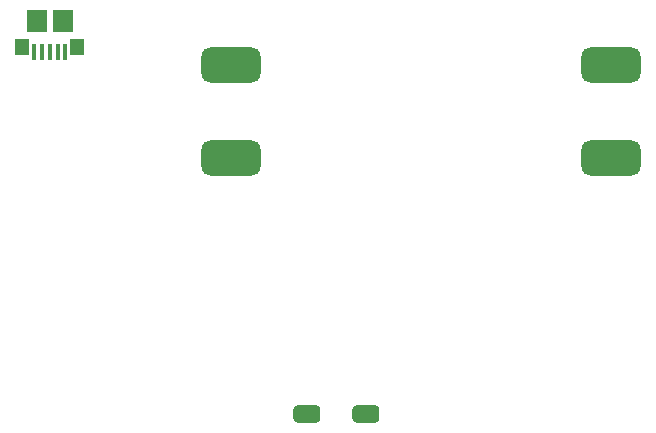
<source format=gbr>
%TF.GenerationSoftware,KiCad,Pcbnew,(6.0.8)*%
%TF.CreationDate,2022-10-21T20:47:53+05:30*%
%TF.ProjectId,Dual Rail Supply For Breadboard,4475616c-2052-4616-996c-20537570706c,rev?*%
%TF.SameCoordinates,Original*%
%TF.FileFunction,Paste,Top*%
%TF.FilePolarity,Positive*%
%FSLAX46Y46*%
G04 Gerber Fmt 4.6, Leading zero omitted, Abs format (unit mm)*
G04 Created by KiCad (PCBNEW (6.0.8)) date 2022-10-21 20:47:53*
%MOMM*%
%LPD*%
G01*
G04 APERTURE LIST*
G04 Aperture macros list*
%AMRoundRect*
0 Rectangle with rounded corners*
0 $1 Rounding radius*
0 $2 $3 $4 $5 $6 $7 $8 $9 X,Y pos of 4 corners*
0 Add a 4 corners polygon primitive as box body*
4,1,4,$2,$3,$4,$5,$6,$7,$8,$9,$2,$3,0*
0 Add four circle primitives for the rounded corners*
1,1,$1+$1,$2,$3*
1,1,$1+$1,$4,$5*
1,1,$1+$1,$6,$7*
1,1,$1+$1,$8,$9*
0 Add four rect primitives between the rounded corners*
20,1,$1+$1,$2,$3,$4,$5,0*
20,1,$1+$1,$4,$5,$6,$7,0*
20,1,$1+$1,$6,$7,$8,$9,0*
20,1,$1+$1,$8,$9,$2,$3,0*%
G04 Aperture macros list end*
%ADD10R,0.400000X1.400000*%
%ADD11R,1.750000X1.900000*%
%ADD12R,1.150000X1.450000*%
%ADD13RoundRect,0.381000X-0.762000X-0.381000X0.762000X-0.381000X0.762000X0.381000X-0.762000X0.381000X0*%
%ADD14RoundRect,0.750000X-1.750000X0.750000X-1.750000X-0.750000X1.750000X-0.750000X1.750000X0.750000X0*%
G04 APERTURE END LIST*
D10*
%TO.C,J10*%
X146200000Y-49850000D03*
X145550000Y-49850000D03*
X144900000Y-49850000D03*
X144250000Y-49850000D03*
X143600000Y-49850000D03*
D11*
X146025000Y-47200000D03*
D12*
X142580000Y-49430000D03*
D11*
X143775000Y-47200000D03*
D12*
X147220000Y-49430000D03*
%TD*%
D13*
%TO.C,U2*%
X166700200Y-80441800D03*
X171704000Y-80441800D03*
%TD*%
D14*
%TO.C,U1*%
X160232900Y-50912800D03*
X160232900Y-58786800D03*
X192443900Y-50912800D03*
X192443900Y-58786800D03*
%TD*%
M02*

</source>
